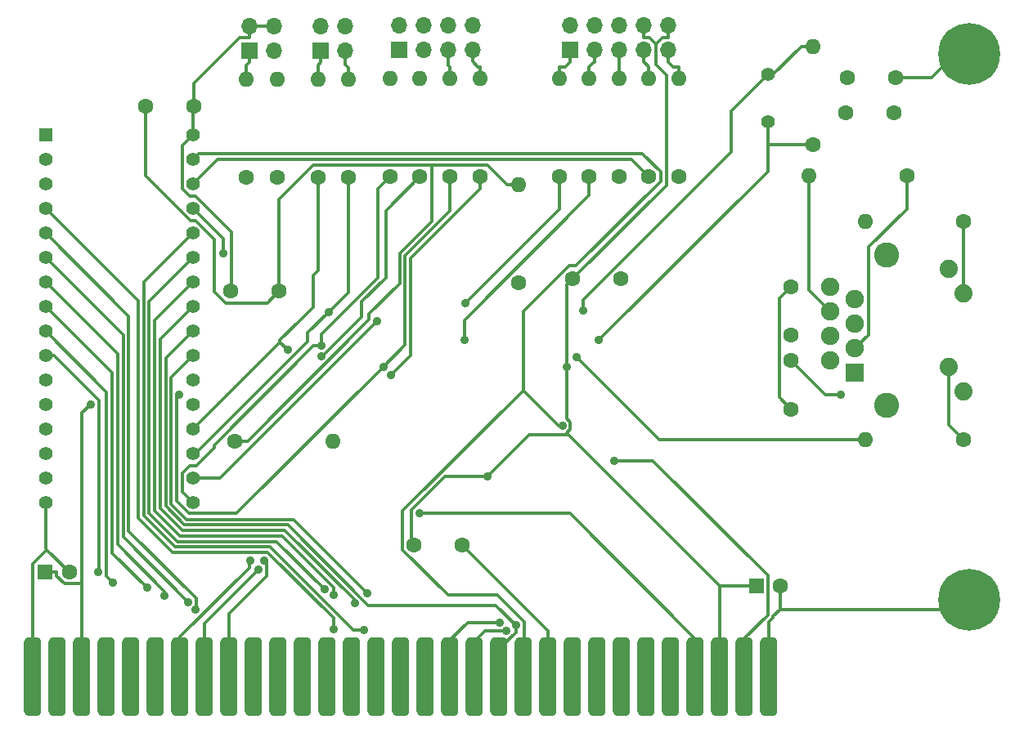
<source format=gbl>
%TF.GenerationSoftware,KiCad,Pcbnew,7.0.11*%
%TF.CreationDate,2024-10-11T23:56:48+03:00*%
%TF.ProjectId,ISA8_Ethernet,49534138-5f45-4746-9865-726e65742e6b,1.0*%
%TF.SameCoordinates,Original*%
%TF.FileFunction,Copper,L2,Bot*%
%TF.FilePolarity,Positive*%
%FSLAX46Y46*%
G04 Gerber Fmt 4.6, Leading zero omitted, Abs format (unit mm)*
G04 Created by KiCad (PCBNEW 7.0.11) date 2024-10-11 23:56:48*
%MOMM*%
%LPD*%
G01*
G04 APERTURE LIST*
G04 Aperture macros list*
%AMRoundRect*
0 Rectangle with rounded corners*
0 $1 Rounding radius*
0 $2 $3 $4 $5 $6 $7 $8 $9 X,Y pos of 4 corners*
0 Add a 4 corners polygon primitive as box body*
4,1,4,$2,$3,$4,$5,$6,$7,$8,$9,$2,$3,0*
0 Add four circle primitives for the rounded corners*
1,1,$1+$1,$2,$3*
1,1,$1+$1,$4,$5*
1,1,$1+$1,$6,$7*
1,1,$1+$1,$8,$9*
0 Add four rect primitives between the rounded corners*
20,1,$1+$1,$2,$3,$4,$5,0*
20,1,$1+$1,$4,$5,$6,$7,0*
20,1,$1+$1,$6,$7,$8,$9,0*
20,1,$1+$1,$8,$9,$2,$3,0*%
G04 Aperture macros list end*
%TA.AperFunction,ComponentPad*%
%ADD10C,2.600000*%
%TD*%
%TA.AperFunction,ComponentPad*%
%ADD11C,1.890000*%
%TD*%
%TA.AperFunction,ComponentPad*%
%ADD12R,1.900000X1.900000*%
%TD*%
%TA.AperFunction,ComponentPad*%
%ADD13C,1.900000*%
%TD*%
%TA.AperFunction,ComponentPad*%
%ADD14C,6.400000*%
%TD*%
%TA.AperFunction,ComponentPad*%
%ADD15C,1.397000*%
%TD*%
%TA.AperFunction,ComponentPad*%
%ADD16R,1.397000X1.397000*%
%TD*%
%TA.AperFunction,ComponentPad*%
%ADD17C,1.600000*%
%TD*%
%TA.AperFunction,ComponentPad*%
%ADD18O,1.600000X1.600000*%
%TD*%
%TA.AperFunction,ConnectorPad*%
%ADD19RoundRect,0.444500X-0.444500X-3.619500X0.444500X-3.619500X0.444500X3.619500X-0.444500X3.619500X0*%
%TD*%
%TA.AperFunction,ComponentPad*%
%ADD20R,1.600000X1.600000*%
%TD*%
%TA.AperFunction,ComponentPad*%
%ADD21R,1.700000X1.700000*%
%TD*%
%TA.AperFunction,ComponentPad*%
%ADD22O,1.700000X1.700000*%
%TD*%
%TA.AperFunction,ViaPad*%
%ADD23C,0.889000*%
%TD*%
%TA.AperFunction,Conductor*%
%ADD24C,0.368400*%
%TD*%
G04 APERTURE END LIST*
D10*
%TO.P,J1,13,SHIELD*%
%TO.N,GND*%
X192520000Y-102390000D03*
X192520000Y-86840000D03*
D11*
%TO.P,J1,L1,LEDY_A*%
%TO.N,VCC*%
X198950000Y-88290000D03*
%TO.P,J1,L2,LEDY_K*%
%TO.N,Net-(J1-LEDY_K)*%
X200470000Y-90830000D03*
%TO.P,J1,L3,LEDG_K*%
%TO.N,Net-(J1-LEDG_K)*%
X198950000Y-98400000D03*
%TO.P,J1,L4,LEDG_A*%
%TO.N,VCC*%
X200470000Y-100940000D03*
D12*
%TO.P,J1,R1,TD+*%
%TO.N,/TP_TX+*%
X189230000Y-99060000D03*
D13*
%TO.P,J1,R2,TD-*%
%TO.N,/TP_TX-*%
X186690000Y-97790000D03*
%TO.P,J1,R3,RD+*%
%TO.N,/TP_RX+*%
X189230000Y-96520000D03*
%TO.P,J1,R4,TCT*%
%TO.N,Net-(J1-TCT)*%
X186690000Y-95250000D03*
%TO.P,J1,R5,RCT*%
%TO.N,Net-(J1-RCT)*%
X189230000Y-93980000D03*
%TO.P,J1,R6,RD-*%
%TO.N,/TP_RX-*%
X186690000Y-92710000D03*
%TO.P,J1,R7,NC*%
%TO.N,unconnected-(J1-NC-PadR7)*%
X189230000Y-91440000D03*
%TO.P,J1,R8,GND*%
%TO.N,GND*%
X186690000Y-90170000D03*
%TD*%
D14*
%TO.P,HOLE1,1,1*%
%TO.N,GND*%
X201041000Y-66040000D03*
%TD*%
%TO.P,HOLE2,1,1*%
%TO.N,GND*%
X201041000Y-122555000D03*
%TD*%
D15*
%TO.P,Y1,1,1*%
%TO.N,Net-(U1-X1)*%
X180200000Y-73040940D03*
%TO.P,Y1,2,2*%
%TO.N,Net-(U1-X2)*%
X180200000Y-68159060D03*
%TD*%
D16*
%TO.P,U2,1,A18*%
%TO.N,/BA18*%
X105460000Y-74400000D03*
D15*
%TO.P,U2,2,A16*%
%TO.N,/BA16*%
X105460000Y-76940000D03*
%TO.P,U2,3,A15*%
%TO.N,/BA15*%
X105460000Y-79480000D03*
%TO.P,U2,4,A12*%
%TO.N,/A12*%
X105460000Y-82020000D03*
%TO.P,U2,5,A7*%
%TO.N,/A7*%
X105460000Y-84560000D03*
%TO.P,U2,6,A6*%
%TO.N,/A6*%
X105460000Y-87100000D03*
%TO.P,U2,7,A5*%
%TO.N,/A5*%
X105460000Y-89640000D03*
%TO.P,U2,8,A4*%
%TO.N,/A4*%
X105460000Y-92180000D03*
%TO.P,U2,9,A3*%
%TO.N,/A3*%
X105460000Y-94720000D03*
%TO.P,U2,10,A2*%
%TO.N,/A2*%
X105460000Y-97260000D03*
%TO.P,U2,11,A1*%
%TO.N,/A1*%
X105460000Y-99800000D03*
%TO.P,U2,12,A0*%
%TO.N,/A0*%
X105460000Y-102340000D03*
%TO.P,U2,13,DQ0*%
%TO.N,/BD0*%
X105460000Y-104880000D03*
%TO.P,U2,14,DQ1*%
%TO.N,/BD1*%
X105460000Y-107420000D03*
%TO.P,U2,15,DQ2*%
%TO.N,/BD2*%
X105460000Y-109960000D03*
%TO.P,U2,16,GND*%
%TO.N,GND*%
X105460000Y-112500000D03*
%TO.P,U2,17,DQ3*%
%TO.N,/BD3*%
X120700000Y-112500000D03*
%TO.P,U2,18,DQ4*%
%TO.N,/BD4*%
X120700000Y-109960000D03*
%TO.P,U2,19,DQ5*%
%TO.N,/BD5*%
X120700000Y-107420000D03*
%TO.P,U2,20,DQ6*%
%TO.N,/BD6*%
X120700000Y-104880000D03*
%TO.P,U2,21,DQ7*%
%TO.N,/BD7*%
X120700000Y-102340000D03*
%TO.P,U2,22,~{CE}*%
%TO.N,/~{BCS}*%
X120700000Y-99800000D03*
%TO.P,U2,23,A10*%
%TO.N,/A10*%
X120700000Y-97260000D03*
%TO.P,U2,24,~{OE}*%
%TO.N,/~{SMEMR}*%
X120700000Y-94720000D03*
%TO.P,U2,25,A11*%
%TO.N,/A11*%
X120700000Y-92180000D03*
%TO.P,U2,26,A9*%
%TO.N,/A9*%
X120700000Y-89640000D03*
%TO.P,U2,27,A8*%
%TO.N,/A8*%
X120700000Y-87100000D03*
%TO.P,U2,28,A13*%
%TO.N,/A13*%
X120700000Y-84560000D03*
%TO.P,U2,29,A14*%
%TO.N,/BA14*%
X120700000Y-82020000D03*
%TO.P,U2,30,A17*%
%TO.N,/BA17*%
X120700000Y-79480000D03*
%TO.P,U2,31,~{WE}*%
%TO.N,/~{SMEMW}*%
X120700000Y-76940000D03*
%TO.P,U2,32,VCC*%
%TO.N,VCC*%
X120700000Y-74400000D03*
%TD*%
D17*
%TO.P,C5,1*%
%TO.N,VCC*%
X160000000Y-89300000D03*
%TO.P,C5,2*%
%TO.N,GND*%
X165000000Y-89300000D03*
%TD*%
%TO.P,C8,1*%
%TO.N,VCC*%
X124600000Y-90600000D03*
%TO.P,C8,2*%
%TO.N,GND*%
X129600000Y-90600000D03*
%TD*%
%TO.P,R6,1*%
%TO.N,GND*%
X125020000Y-106100000D03*
D18*
%TO.P,R6,2*%
%TO.N,/~{IOCS16}*%
X135180000Y-106100000D03*
%TD*%
D17*
%TO.P,R7,1*%
%TO.N,Net-(U1-X1)*%
X184900000Y-75380000D03*
D18*
%TO.P,R7,2*%
%TO.N,Net-(U1-X2)*%
X184900000Y-65220000D03*
%TD*%
D17*
%TO.P,C7,1*%
%TO.N,VCC*%
X120800000Y-71400000D03*
%TO.P,C7,2*%
%TO.N,GND*%
X115800000Y-71400000D03*
%TD*%
%TO.P,R1,1*%
%TO.N,/TP_RX+*%
X194580000Y-78600000D03*
D18*
%TO.P,R1,2*%
%TO.N,/TP_RX-*%
X184420000Y-78600000D03*
%TD*%
D17*
%TO.P,C3,1*%
%TO.N,Net-(J1-TCT)*%
X182600000Y-95100000D03*
%TO.P,C3,2*%
%TO.N,GND*%
X182600000Y-90100000D03*
%TD*%
%TO.P,R3,1*%
%TO.N,Net-(J1-LEDY_K)*%
X200480000Y-83400000D03*
D18*
%TO.P,R3,2*%
%TO.N,/LED_CRS*%
X190320000Y-83400000D03*
%TD*%
D17*
%TO.P,C1,1*%
%TO.N,GND*%
X193300000Y-72100000D03*
%TO.P,C1,2*%
%TO.N,Net-(U1-X1)*%
X188300000Y-72100000D03*
%TD*%
%TO.P,C2,1*%
%TO.N,GND*%
X193400000Y-68500000D03*
%TO.P,C2,2*%
%TO.N,Net-(U1-X2)*%
X188400000Y-68500000D03*
%TD*%
D19*
%TO.P,BUS1,1,GND*%
%TO.N,GND*%
X180340000Y-130492500D03*
%TO.P,BUS1,2,RESET*%
%TO.N,/RSTDRV*%
X177800000Y-130492500D03*
%TO.P,BUS1,3,VCC*%
%TO.N,VCC*%
X175260000Y-130492500D03*
%TO.P,BUS1,4,IRQ2*%
%TO.N,/IRQ9*%
X172720000Y-130492500D03*
%TO.P,BUS1,5,-5V*%
%TO.N,unconnected-(BUS1--5V-Pad5)*%
X170180000Y-130492500D03*
%TO.P,BUS1,6,DRQ2*%
%TO.N,unconnected-(BUS1-DRQ2-Pad6)*%
X167640000Y-130492500D03*
%TO.P,BUS1,7,-12V*%
%TO.N,unconnected-(BUS1--12V-Pad7)*%
X165100000Y-130492500D03*
%TO.P,BUS1,8,UNUSED*%
%TO.N,unconnected-(BUS1-UNUSED-Pad8)*%
X162560000Y-130492500D03*
%TO.P,BUS1,9,+12V*%
%TO.N,unconnected-(BUS1-+12V-Pad9)*%
X160020000Y-130492500D03*
%TO.P,BUS1,10,GND*%
%TO.N,GND*%
X157480000Y-130492500D03*
%TO.P,BUS1,11,MEMW*%
%TO.N,/~{SMEMW}*%
X154940000Y-130492500D03*
%TO.P,BUS1,12,MEMR*%
%TO.N,/~{SMEMR}*%
X152400000Y-130492500D03*
%TO.P,BUS1,13,IOW*%
%TO.N,/~{IOW}*%
X149860000Y-130492500D03*
%TO.P,BUS1,14,IOR*%
%TO.N,/~{IOR}*%
X147320000Y-130492500D03*
%TO.P,BUS1,15,DACK3*%
%TO.N,unconnected-(BUS1-DACK3-Pad15)*%
X144780000Y-130492500D03*
%TO.P,BUS1,16,DRQ3*%
%TO.N,unconnected-(BUS1-DRQ3-Pad16)*%
X142240000Y-130492500D03*
%TO.P,BUS1,17,DACK1*%
%TO.N,unconnected-(BUS1-DACK1-Pad17)*%
X139700000Y-130492500D03*
%TO.P,BUS1,18,DRQ1*%
%TO.N,unconnected-(BUS1-DRQ1-Pad18)*%
X137160000Y-130492500D03*
%TO.P,BUS1,19,DACK0*%
%TO.N,unconnected-(BUS1-DACK0-Pad19)*%
X134620000Y-130492500D03*
%TO.P,BUS1,20,CLK*%
%TO.N,unconnected-(BUS1-CLK-Pad20)*%
X132080000Y-130492500D03*
%TO.P,BUS1,21,IRQ7*%
%TO.N,unconnected-(BUS1-IRQ7-Pad21)*%
X129540000Y-130492500D03*
%TO.P,BUS1,22,IRQ6*%
%TO.N,unconnected-(BUS1-IRQ6-Pad22)*%
X127000000Y-130492500D03*
%TO.P,BUS1,23,IRQ5*%
%TO.N,/IRQ5*%
X124460000Y-130492500D03*
%TO.P,BUS1,24,IRQ4*%
%TO.N,/IRQ4*%
X121920000Y-130492500D03*
%TO.P,BUS1,25,IRQ3*%
%TO.N,/IRQ3*%
X119380000Y-130492500D03*
%TO.P,BUS1,26,DACK2*%
%TO.N,unconnected-(BUS1-DACK2-Pad26)*%
X116840000Y-130492500D03*
%TO.P,BUS1,27,TC*%
%TO.N,unconnected-(BUS1-TC-Pad27)*%
X114300000Y-130492500D03*
%TO.P,BUS1,28,ALE*%
%TO.N,unconnected-(BUS1-ALE-Pad28)*%
X111760000Y-130492500D03*
%TO.P,BUS1,29,VCC*%
%TO.N,VCC*%
X109220000Y-130492500D03*
%TO.P,BUS1,30,OSC*%
%TO.N,unconnected-(BUS1-OSC-Pad30)*%
X106680000Y-130492500D03*
%TO.P,BUS1,31,GND*%
%TO.N,GND*%
X104140000Y-130492500D03*
%TD*%
D17*
%TO.P,C6,1*%
%TO.N,VCC*%
X143600000Y-116900000D03*
%TO.P,C6,2*%
%TO.N,GND*%
X148600000Y-116900000D03*
%TD*%
%TO.P,R2,1*%
%TO.N,Net-(J1-LEDG_K)*%
X200480000Y-106000000D03*
D18*
%TO.P,R2,2*%
%TO.N,/LED_LINK*%
X190320000Y-106000000D03*
%TD*%
D17*
%TO.P,C4,1*%
%TO.N,Net-(J1-RCT)*%
X182600000Y-97800000D03*
%TO.P,C4,2*%
%TO.N,GND*%
X182600000Y-102800000D03*
%TD*%
D20*
%TO.P,C9,1*%
%TO.N,VCC*%
X179000000Y-121100000D03*
D17*
%TO.P,C9,2*%
%TO.N,GND*%
X181500000Y-121100000D03*
%TD*%
D20*
%TO.P,C10,1*%
%TO.N,VCC*%
X105400000Y-119700000D03*
D17*
%TO.P,C10,2*%
%TO.N,GND*%
X107900000Y-119700000D03*
%TD*%
%TO.P,R10,1*%
%TO.N,/BD3*%
X141100000Y-78715000D03*
D18*
%TO.P,R10,2*%
%TO.N,Net-(J9-Pin_1)*%
X141100000Y-68555000D03*
%TD*%
D21*
%TO.P,J4,1,Pin_1*%
%TO.N,Net-(J4-Pin_1)*%
X126560000Y-65640000D03*
D22*
%TO.P,J4,2,Pin_2*%
%TO.N,VCC*%
X126560000Y-63100000D03*
%TO.P,J4,3,Pin_3*%
%TO.N,Net-(J4-Pin_3)*%
X129100000Y-65640000D03*
%TO.P,J4,4,Pin_4*%
%TO.N,VCC*%
X129100000Y-63100000D03*
%TD*%
D21*
%TO.P,J7,1,Pin_1*%
%TO.N,Net-(J7-Pin_1)*%
X133950000Y-65640000D03*
D22*
%TO.P,J7,2,Pin_2*%
%TO.N,VCC*%
X133950000Y-63100000D03*
%TO.P,J7,3,Pin_3*%
%TO.N,Net-(J7-Pin_3)*%
X136490000Y-65640000D03*
%TO.P,J7,4,Pin_4*%
%TO.N,VCC*%
X136490000Y-63100000D03*
%TD*%
D21*
%TO.P,J10,1,Pin_1*%
%TO.N,Net-(J10-Pin_1)*%
X159720000Y-65600000D03*
D22*
%TO.P,J10,2,Pin_2*%
%TO.N,VCC*%
X159720000Y-63060000D03*
%TO.P,J10,3,Pin_3*%
%TO.N,Net-(J10-Pin_3)*%
X162260000Y-65600000D03*
%TO.P,J10,4,Pin_4*%
%TO.N,VCC*%
X162260000Y-63060000D03*
%TO.P,J10,5,Pin_5*%
%TO.N,Net-(J10-Pin_5)*%
X164800000Y-65600000D03*
%TO.P,J10,6,Pin_6*%
%TO.N,VCC*%
X164800000Y-63060000D03*
%TO.P,J10,7,Pin_7*%
%TO.N,Net-(J10-Pin_7)*%
X167340000Y-65600000D03*
%TO.P,J10,8,Pin_8*%
%TO.N,VCC*%
X167340000Y-63060000D03*
%TO.P,J10,9,Pin_9*%
%TO.N,Net-(J10-Pin_9)*%
X169880000Y-65600000D03*
%TO.P,J10,10,Pin_10*%
%TO.N,VCC*%
X169880000Y-63060000D03*
%TD*%
D17*
%TO.P,R9,1*%
%TO.N,/BD5*%
X136800000Y-78780000D03*
D18*
%TO.P,R9,2*%
%TO.N,Net-(J7-Pin_3)*%
X136800000Y-68620000D03*
%TD*%
D17*
%TO.P,R12,1*%
%TO.N,/BD1*%
X147300000Y-78715000D03*
D18*
%TO.P,R12,2*%
%TO.N,Net-(J9-Pin_5)*%
X147300000Y-68555000D03*
%TD*%
D17*
%TO.P,R18,1*%
%TO.N,/AUI*%
X154400000Y-89680000D03*
D18*
%TO.P,R18,2*%
%TO.N,GND*%
X154400000Y-79520000D03*
%TD*%
D17*
%TO.P,R15,1*%
%TO.N,/BA19*%
X161700000Y-78680000D03*
D18*
%TO.P,R15,2*%
%TO.N,Net-(J10-Pin_3)*%
X161700000Y-68520000D03*
%TD*%
D17*
%TO.P,R13,1*%
%TO.N,/BD0*%
X150400000Y-78715000D03*
D18*
%TO.P,R13,2*%
%TO.N,Net-(J9-Pin_7)*%
X150400000Y-68555000D03*
%TD*%
D17*
%TO.P,R16,1*%
%TO.N,/BA18*%
X164800000Y-78680000D03*
D18*
%TO.P,R16,2*%
%TO.N,Net-(J10-Pin_5)*%
X164800000Y-68520000D03*
%TD*%
D21*
%TO.P,J9,1,Pin_1*%
%TO.N,Net-(J9-Pin_1)*%
X142020000Y-65575000D03*
D22*
%TO.P,J9,2,Pin_2*%
%TO.N,VCC*%
X142020000Y-63035000D03*
%TO.P,J9,3,Pin_3*%
%TO.N,Net-(J9-Pin_3)*%
X144560000Y-65575000D03*
%TO.P,J9,4,Pin_4*%
%TO.N,VCC*%
X144560000Y-63035000D03*
%TO.P,J9,5,Pin_5*%
%TO.N,Net-(J9-Pin_5)*%
X147100000Y-65575000D03*
%TO.P,J9,6,Pin_6*%
%TO.N,VCC*%
X147100000Y-63035000D03*
%TO.P,J9,7,Pin_7*%
%TO.N,Net-(J9-Pin_7)*%
X149640000Y-65575000D03*
%TO.P,J9,8,Pin_8*%
%TO.N,VCC*%
X149640000Y-63035000D03*
%TD*%
D17*
%TO.P,R14,1*%
%TO.N,/BA20*%
X158600000Y-78680000D03*
D18*
%TO.P,R14,2*%
%TO.N,Net-(J10-Pin_1)*%
X158600000Y-68520000D03*
%TD*%
D17*
%TO.P,R4,1*%
%TO.N,/JP*%
X126240000Y-78780000D03*
D18*
%TO.P,R4,2*%
%TO.N,Net-(J4-Pin_1)*%
X126240000Y-68620000D03*
%TD*%
D17*
%TO.P,R8,1*%
%TO.N,/BD6*%
X133650000Y-78780000D03*
D18*
%TO.P,R8,2*%
%TO.N,Net-(J7-Pin_1)*%
X133650000Y-68620000D03*
%TD*%
D17*
%TO.P,R17,1*%
%TO.N,/BA17*%
X167900000Y-78680000D03*
D18*
%TO.P,R17,2*%
%TO.N,Net-(J10-Pin_7)*%
X167900000Y-68520000D03*
%TD*%
D17*
%TO.P,R19,1*%
%TO.N,/BA16*%
X171000000Y-78680000D03*
D18*
%TO.P,R19,2*%
%TO.N,Net-(J10-Pin_9)*%
X171000000Y-68520000D03*
%TD*%
D17*
%TO.P,R11,1*%
%TO.N,/BD2*%
X144200000Y-78715000D03*
D18*
%TO.P,R11,2*%
%TO.N,Net-(J9-Pin_3)*%
X144200000Y-68555000D03*
%TD*%
D17*
%TO.P,R5,1*%
%TO.N,/BA21*%
X129400000Y-78780000D03*
D18*
%TO.P,R5,2*%
%TO.N,Net-(J4-Pin_3)*%
X129400000Y-68620000D03*
%TD*%
D23*
%TO.N,/A10*%
X138768900Y-121846400D03*
%TO.N,/A11*%
X137430000Y-122917300D03*
%TO.N,/A12*%
X135241900Y-125628800D03*
%TO.N,/A13*%
X138388200Y-125696200D03*
%TO.N,/A2*%
X110862900Y-119661000D03*
%TO.N,/A3*%
X112378800Y-120763800D03*
%TO.N,/A4*%
X115954300Y-121325600D03*
%TO.N,/A5*%
X117741300Y-122157400D03*
%TO.N,/A6*%
X120192500Y-122792800D03*
%TO.N,/A7*%
X120994700Y-123595000D03*
%TO.N,/A8*%
X134298800Y-121451200D03*
%TO.N,/A9*%
X135302300Y-122049900D03*
%TO.N,/~{IOR}*%
X152452600Y-124896400D03*
%TO.N,/~{IOW}*%
X153112500Y-125779600D03*
%TO.N,VCC*%
X159373900Y-98475000D03*
X151179700Y-109794100D03*
X110117200Y-102297900D03*
%TO.N,/RSTDRV*%
X164297800Y-108184800D03*
%TO.N,/IRQ9*%
X144136400Y-113605600D03*
%TO.N,/~{SMEMW}*%
X158937000Y-104523500D03*
%TO.N,/~{SMEMR}*%
X154113900Y-125196400D03*
%TO.N,/IRQ5*%
X128076300Y-118484600D03*
%TO.N,/IRQ4*%
X127473900Y-119425200D03*
%TO.N,/IRQ3*%
X126660100Y-118515300D03*
%TO.N,Net-(U1-X1)*%
X162723500Y-95671800D03*
%TO.N,Net-(U1-X2)*%
X161093400Y-92633000D03*
%TO.N,Net-(J1-RCT)*%
X187776300Y-101312900D03*
%TO.N,/LED_LINK*%
X160386400Y-97446200D03*
%TO.N,/BD6*%
X130531500Y-96671400D03*
%TO.N,/BD5*%
X134770100Y-92728400D03*
%TO.N,/BD4*%
X139757000Y-93700000D03*
%TO.N,/BD3*%
X133976600Y-96233300D03*
%TO.N,/BD2*%
X133957500Y-97324300D03*
%TO.N,/BD1*%
X119292500Y-101309100D03*
X140399600Y-98445100D03*
%TO.N,/BD0*%
X141212300Y-99292800D03*
%TO.N,/BA14*%
X123814300Y-86694000D03*
%TO.N,/BA19*%
X148775000Y-95606500D03*
%TO.N,/BA20*%
X148895200Y-91790200D03*
%TD*%
D24*
%TO.N,/~{IOR}*%
X149118800Y-124896400D02*
X152452600Y-124896400D01*
X147320000Y-126695200D02*
X149118800Y-124896400D01*
X147320000Y-130492500D02*
X147320000Y-126695200D01*
%TO.N,/~{IOW}*%
X150928000Y-125779600D02*
X153112500Y-125779600D01*
X149860000Y-126847600D02*
X150928000Y-125779600D01*
X149860000Y-130492500D02*
X149860000Y-126847600D01*
%TO.N,/~{SMEMR}*%
X154113900Y-125950159D02*
X152400000Y-127664059D01*
X154113900Y-125196400D02*
X154113900Y-125950159D01*
X152400000Y-127664059D02*
X152400000Y-130492500D01*
%TO.N,/IRQ9*%
X159706600Y-113605600D02*
X144136400Y-113605600D01*
X172720000Y-126619000D02*
X159706600Y-113605600D01*
X172720000Y-130492500D02*
X172720000Y-126619000D01*
%TO.N,GND*%
X180340000Y-124811838D02*
X180340000Y-130492500D01*
X180759900Y-124391938D02*
X180340000Y-124811838D01*
X180759900Y-124289300D02*
X180759900Y-124391938D01*
X181500000Y-123549200D02*
X180759900Y-124289300D01*
%TO.N,/A10*%
X120700000Y-97260000D02*
X118446500Y-99513500D01*
X120048700Y-114229200D02*
X131151700Y-114229200D01*
X131151700Y-114229200D02*
X138768900Y-121846400D01*
X118446500Y-112627000D02*
X120048700Y-114229200D01*
X118446500Y-99513500D02*
X118446500Y-112627000D01*
%TO.N,/A11*%
X137430000Y-122601200D02*
X137430000Y-122917300D01*
X130201500Y-115372700D02*
X137430000Y-122601200D01*
X117305900Y-95574100D02*
X117305900Y-113105000D01*
X119573600Y-115372700D02*
X130201500Y-115372700D01*
X117305900Y-113105000D02*
X119573600Y-115372700D01*
X120700000Y-92180000D02*
X117305900Y-95574100D01*
%TO.N,/A12*%
X105460000Y-82020000D02*
X115021700Y-91581700D01*
X128441900Y-117654000D02*
X135241900Y-124454000D01*
X135241900Y-124454000D02*
X135241900Y-125628800D01*
X115021700Y-114077900D02*
X118597800Y-117654000D01*
X118597800Y-117654000D02*
X128441900Y-117654000D01*
X115021700Y-91581700D02*
X115021700Y-114077900D01*
%TO.N,/A13*%
X137310000Y-125696200D02*
X138388200Y-125696200D01*
X118862300Y-117083700D02*
X128697500Y-117083700D01*
X120700000Y-84560000D02*
X115592000Y-89668000D01*
X115592000Y-89668000D02*
X115592000Y-113813400D01*
X128697500Y-117083700D02*
X137310000Y-125696200D01*
X115592000Y-113813400D02*
X118862300Y-117083700D01*
%TO.N,/A2*%
X106291400Y-97260000D02*
X110947900Y-101916500D01*
X105460000Y-97260000D02*
X106291400Y-97260000D01*
X110947900Y-101916500D02*
X110947900Y-119576000D01*
X110947900Y-119576000D02*
X110862900Y-119661000D01*
%TO.N,/A3*%
X111764100Y-101024100D02*
X111764100Y-120149100D01*
X111764100Y-120149100D02*
X112378800Y-120763800D01*
X105460000Y-94720000D02*
X111764100Y-101024100D01*
%TO.N,/A4*%
X112334400Y-117705700D02*
X115954300Y-121325600D01*
X112334400Y-99054400D02*
X112334400Y-117705700D01*
X105460000Y-92180000D02*
X112334400Y-99054400D01*
%TO.N,/A5*%
X112904700Y-97084700D02*
X112904700Y-116850100D01*
X105460000Y-89640000D02*
X112904700Y-97084700D01*
X117741300Y-121686700D02*
X117741300Y-122157400D01*
X112904700Y-116850100D02*
X117741300Y-121686700D01*
%TO.N,/A6*%
X113476500Y-116076800D02*
X120192500Y-122792800D01*
X113476500Y-95116500D02*
X113476500Y-116076800D01*
X105460000Y-87100000D02*
X113476500Y-95116500D01*
%TO.N,/A7*%
X105460000Y-84560000D02*
X114046800Y-93146800D01*
X121047600Y-122414100D02*
X121047600Y-123542100D01*
X114046800Y-93146800D02*
X114046800Y-115413300D01*
X114046800Y-115413300D02*
X121047600Y-122414100D01*
X121047600Y-123542100D02*
X120994700Y-123595000D01*
%TO.N,/A8*%
X116162300Y-91637700D02*
X116162300Y-113577200D01*
X129360900Y-116513300D02*
X134298800Y-121451200D01*
X116162300Y-113577200D02*
X119098400Y-116513300D01*
X120700000Y-87100000D02*
X116162300Y-91637700D01*
X119098400Y-116513300D02*
X129360900Y-116513300D01*
%TO.N,/A9*%
X120700000Y-89640000D02*
X116732600Y-93607400D01*
X119334600Y-115943000D02*
X129965300Y-115943000D01*
X116732600Y-113341000D02*
X119334600Y-115943000D01*
X129965300Y-115943000D02*
X135302300Y-121280000D01*
X116732600Y-93607400D02*
X116732600Y-113341000D01*
X135302300Y-121280000D02*
X135302300Y-122049900D01*
%TO.N,GND*%
X181407700Y-101607700D02*
X182600000Y-102800000D01*
X122938900Y-85244400D02*
X120984500Y-83290000D01*
X124130500Y-91808100D02*
X122938900Y-90616500D01*
X133174200Y-77516300D02*
X145410600Y-77516300D01*
X128391900Y-91808100D02*
X124130500Y-91808100D01*
X122938900Y-90616500D02*
X122938900Y-85244400D01*
X199343900Y-64342900D02*
X198641000Y-65045800D01*
X199343900Y-67737100D02*
X198641000Y-67034200D01*
X148600000Y-116900000D02*
X157480000Y-125780000D01*
X126356500Y-106100000D02*
X138926400Y-93530100D01*
X203441000Y-122555000D02*
X202738100Y-121852100D01*
X202738100Y-121852100D02*
X202738100Y-120857900D01*
X182600000Y-90100000D02*
X181407700Y-91292300D01*
X198641000Y-67034200D02*
X198641000Y-66040000D01*
X202738100Y-123257900D02*
X202738100Y-124252100D01*
X198641000Y-123549200D02*
X198641000Y-122555000D01*
X120984500Y-83290000D02*
X120430100Y-83290000D01*
X105574400Y-117374300D02*
X107900000Y-119700000D01*
X145410600Y-83356500D02*
X145410600Y-77516300D01*
X120430100Y-83290000D02*
X115800000Y-78659900D01*
X138926400Y-92946700D02*
X142104800Y-89768300D01*
X203441000Y-122555000D02*
X202738100Y-123257900D01*
X202738100Y-66742900D02*
X202738100Y-67737100D01*
X181407700Y-91292300D02*
X181407700Y-101607700D01*
X203441000Y-66040000D02*
X202738100Y-66742900D01*
X198641000Y-65045800D02*
X198641000Y-66040000D01*
X145410600Y-77516300D02*
X151210200Y-77516300D01*
X129600000Y-90600000D02*
X129600000Y-81090500D01*
X151210200Y-77516300D02*
X153213900Y-79520000D01*
X154400000Y-79520000D02*
X153213900Y-79520000D01*
X142104800Y-86662300D02*
X145410600Y-83356500D01*
X201041000Y-124955000D02*
X200046800Y-124955000D01*
X105574400Y-117374300D02*
X104140000Y-118808700D01*
X115800000Y-78659900D02*
X115800000Y-71400000D01*
X142104800Y-89768300D02*
X142104800Y-86662300D01*
X203441000Y-66040000D02*
X202738100Y-65337100D01*
X157480000Y-125780000D02*
X157480000Y-130492500D01*
X181500000Y-121100000D02*
X181500000Y-123549200D01*
X125020000Y-106100000D02*
X126356500Y-106100000D01*
X138926400Y-93530100D02*
X138926400Y-92946700D01*
X105460000Y-112500000D02*
X105460000Y-117260000D01*
X197175200Y-68500000D02*
X198641000Y-67034200D01*
X181500000Y-123549200D02*
X198641000Y-123549200D01*
X193400000Y-68500000D02*
X197175200Y-68500000D01*
X202738100Y-65337100D02*
X202738100Y-64342900D01*
X129600000Y-81090500D02*
X133174200Y-77516300D01*
X104140000Y-118808700D02*
X104140000Y-130492500D01*
X200046800Y-124955000D02*
X199343900Y-124252100D01*
X129600000Y-90600000D02*
X128391900Y-91808100D01*
X105460000Y-117260000D02*
X105574400Y-117374300D01*
X199343900Y-124252100D02*
X198641000Y-123549200D01*
%TO.N,VCC*%
X159373900Y-105261300D02*
X159767600Y-104867600D01*
X159767600Y-104867600D02*
X159767600Y-104179400D01*
X160000000Y-89300000D02*
X169695400Y-79604600D01*
X167340000Y-63060000D02*
X167340000Y-64296100D01*
X109220000Y-103195100D02*
X110117200Y-102297900D01*
X175260000Y-121100000D02*
X159607800Y-105447800D01*
X167340000Y-64296100D02*
X167936300Y-64296100D01*
X179000000Y-121100000D02*
X177813900Y-121100000D01*
X125555700Y-64336100D02*
X120800000Y-69091800D01*
X175260000Y-121100000D02*
X175260000Y-130492500D01*
X159607800Y-105447800D02*
X159373900Y-105447800D01*
X159373900Y-103785700D02*
X159373900Y-98475000D01*
X109220000Y-120908800D02*
X109220000Y-103195100D01*
X169880000Y-63060000D02*
X169880000Y-64296100D01*
X168610000Y-67099900D02*
X168610000Y-64969800D01*
X120700000Y-71500000D02*
X120700000Y-74400000D01*
X109220000Y-130492500D02*
X109220000Y-120908800D01*
X159373900Y-105447800D02*
X159373900Y-105261300D01*
X109220000Y-120908800D02*
X107424200Y-120908800D01*
X169880000Y-64296100D02*
X169283700Y-64296100D01*
X169695400Y-68185300D02*
X168610000Y-67099900D01*
X155526000Y-105447800D02*
X151179700Y-109794100D01*
X119614800Y-75485200D02*
X119614800Y-79961600D01*
X159373900Y-105447800D02*
X155526000Y-105447800D01*
X120403200Y-80750000D02*
X120980300Y-80750000D01*
X119614800Y-79961600D02*
X120403200Y-80750000D01*
X143294700Y-116594700D02*
X143600000Y-116900000D01*
X143294700Y-113271500D02*
X143294700Y-116594700D01*
X159373900Y-89926100D02*
X159373900Y-98475000D01*
X126560000Y-63100000D02*
X126560000Y-64336100D01*
X124694200Y-84463900D02*
X124694200Y-90505800D01*
X160000000Y-89300000D02*
X159373900Y-89926100D01*
X129100000Y-63100000D02*
X126560000Y-63100000D01*
X120800000Y-69091800D02*
X120800000Y-71400000D01*
X169283700Y-64296100D02*
X168610000Y-64969800D01*
X175260000Y-121100000D02*
X177813900Y-121100000D01*
X167936300Y-64296100D02*
X168610000Y-64969800D01*
X169695400Y-79604600D02*
X169695400Y-68185300D01*
X120700000Y-74400000D02*
X119614800Y-75485200D01*
X146772100Y-109794100D02*
X143294700Y-113271500D01*
X107424200Y-120908800D02*
X106586100Y-120070700D01*
X126560000Y-64336100D02*
X125555700Y-64336100D01*
X124694200Y-90505800D02*
X124600000Y-90600000D01*
X159767600Y-104179400D02*
X159373900Y-103785700D01*
X120800000Y-71400000D02*
X120700000Y-71500000D01*
X105400000Y-119700000D02*
X106586100Y-119700000D01*
X151179700Y-109794100D02*
X146772100Y-109794100D01*
X106586100Y-120070700D02*
X106586100Y-119700000D01*
X120980300Y-80750000D02*
X124694200Y-84463900D01*
%TO.N,/RSTDRV*%
X180191500Y-120045200D02*
X168331100Y-108184800D01*
X180191500Y-124156500D02*
X180191500Y-120045200D01*
X177800000Y-126548000D02*
X180191500Y-124156500D01*
X168331100Y-108184800D02*
X164297800Y-108184800D01*
X177800000Y-130492500D02*
X177800000Y-126548000D01*
%TO.N,/~{SMEMW}*%
X155011900Y-124888200D02*
X155011900Y-130420600D01*
X147101500Y-122088600D02*
X152212300Y-122088600D01*
X160369300Y-87940000D02*
X169125100Y-79184200D01*
X169125100Y-78204100D02*
X167222100Y-76301100D01*
X158937000Y-104523500D02*
X158545200Y-104523500D01*
X154879400Y-100857700D02*
X154879400Y-92682500D01*
X155011900Y-130420600D02*
X154940000Y-130492500D01*
X152212300Y-122088600D02*
X155011900Y-124888200D01*
X154879400Y-100857700D02*
X142384600Y-113352500D01*
X142384600Y-117371700D02*
X147101500Y-122088600D01*
X142384600Y-113352500D02*
X142384600Y-117371700D01*
X169125100Y-79184200D02*
X169125100Y-78204100D01*
X167222100Y-76301100D02*
X121338900Y-76301100D01*
X158545200Y-104523500D02*
X154879400Y-100857700D01*
X154879400Y-92682500D02*
X159621900Y-87940000D01*
X159621900Y-87940000D02*
X160369300Y-87940000D01*
X121338900Y-76301100D02*
X120700000Y-76940000D01*
%TO.N,/~{SMEMR}*%
X120700000Y-94720000D02*
X117876200Y-97543800D01*
X152044800Y-123127300D02*
X154113900Y-125196400D01*
X138845000Y-123127300D02*
X152044800Y-123127300D01*
X117876200Y-97543800D02*
X117876200Y-112867400D01*
X130518700Y-114801000D02*
X138845000Y-123127300D01*
X117876200Y-112867400D02*
X119809800Y-114801000D01*
X119809800Y-114801000D02*
X130518700Y-114801000D01*
%TO.N,/IRQ5*%
X128332800Y-120135400D02*
X128332800Y-118741100D01*
X124460000Y-124008200D02*
X128332800Y-120135400D01*
X124460000Y-130492500D02*
X124460000Y-124008200D01*
X128332800Y-118741100D02*
X128076300Y-118484600D01*
%TO.N,/IRQ4*%
X121920000Y-130492500D02*
X121920000Y-124979100D01*
X121920000Y-124979100D02*
X127473900Y-119425200D01*
%TO.N,/IRQ3*%
X119380000Y-126384400D02*
X126527300Y-119237100D01*
X126527300Y-118648100D02*
X126660100Y-118515300D01*
X126527300Y-119237100D02*
X126527300Y-118648100D01*
X119380000Y-130492500D02*
X119380000Y-126384400D01*
%TO.N,Net-(U1-X1)*%
X180200000Y-75380000D02*
X184900000Y-75380000D01*
X180200000Y-78195300D02*
X180200000Y-75380000D01*
X162723500Y-95671800D02*
X180200000Y-78195300D01*
X180200000Y-75380000D02*
X180200000Y-73040900D01*
%TO.N,Net-(U1-X2)*%
X180774800Y-68159100D02*
X183713900Y-65220000D01*
X161093400Y-92633000D02*
X161093400Y-91466400D01*
X161093400Y-91466400D02*
X176401300Y-76158500D01*
X176401300Y-71957800D02*
X180200000Y-68159100D01*
X176401300Y-76158500D02*
X176401300Y-71957800D01*
X180200000Y-68159100D02*
X180774800Y-68159100D01*
X184900000Y-65220000D02*
X183713900Y-65220000D01*
%TO.N,Net-(J1-RCT)*%
X182600000Y-97800000D02*
X186112900Y-101312900D01*
X186112900Y-101312900D02*
X187776300Y-101312900D01*
%TO.N,/TP_RX-*%
X186690000Y-92710000D02*
X184420000Y-90440000D01*
X184420000Y-90440000D02*
X184420000Y-78600000D01*
%TO.N,/TP_RX+*%
X189230000Y-96520000D02*
X190628900Y-95121100D01*
X190628900Y-86031100D02*
X194580000Y-82080000D01*
X190628900Y-95121100D02*
X190628900Y-86031100D01*
X194580000Y-82080000D02*
X194580000Y-78600000D01*
%TO.N,/LED_LINK*%
X190320000Y-106000000D02*
X168940200Y-106000000D01*
X168940200Y-106000000D02*
X160386400Y-97446200D01*
%TO.N,/BA17*%
X123271300Y-76908700D02*
X166128700Y-76908700D01*
X166128700Y-76908700D02*
X167900000Y-78680000D01*
X120700000Y-79480000D02*
X123271300Y-76908700D01*
%TO.N,/BD6*%
X131814500Y-93587900D02*
X129720000Y-95682400D01*
X133127700Y-92272600D02*
X131814500Y-93585800D01*
X133650000Y-88472700D02*
X133127700Y-88995000D01*
X131814500Y-93585800D02*
X131814500Y-93587900D01*
X129720100Y-95859900D02*
X120700000Y-104880000D01*
X133650000Y-78780000D02*
X133650000Y-88472700D01*
X129720000Y-95682400D02*
X129720000Y-95859900D01*
X129720000Y-95859900D02*
X129720100Y-95859900D01*
X133127700Y-88995000D02*
X133127700Y-92272600D01*
X129720100Y-95859900D02*
X130531500Y-96671400D01*
%TO.N,/BD5*%
X120976100Y-107419900D02*
X120700000Y-107419900D01*
X132586000Y-94912500D02*
X132586000Y-95810000D01*
X136800000Y-90698500D02*
X134770100Y-92728400D01*
X120700000Y-107419900D02*
X120700000Y-107420000D01*
X136800000Y-78780000D02*
X136800000Y-90698500D01*
X132586000Y-95810000D02*
X120976100Y-107419900D01*
X134770100Y-92728400D02*
X132586000Y-94912500D01*
%TO.N,/BD4*%
X120700000Y-109960000D02*
X123497000Y-109960000D01*
X123497000Y-109960000D02*
X139757000Y-93700000D01*
%TO.N,/BD3*%
X141100000Y-78715000D02*
X139816300Y-79998700D01*
X121027200Y-108690000D02*
X122869200Y-106848000D01*
X122869200Y-106848000D02*
X122869200Y-106535400D01*
X139816300Y-79998700D02*
X139816300Y-89228400D01*
X119610600Y-111410600D02*
X119610600Y-109452100D01*
X133171300Y-96233300D02*
X133976600Y-96233300D01*
X120372700Y-108690000D02*
X121027200Y-108690000D01*
X139816300Y-89228400D02*
X133976600Y-95068100D01*
X133976600Y-95068100D02*
X133976600Y-96233300D01*
X119610600Y-109452100D02*
X120372700Y-108690000D01*
X120700000Y-112500000D02*
X119610600Y-111410600D01*
X122869200Y-106535400D02*
X133171300Y-96233300D01*
%TO.N,/BD2*%
X138155100Y-93229500D02*
X138155100Y-91696100D01*
X140670800Y-82244200D02*
X144200000Y-78715000D01*
X133957500Y-97324300D02*
X134060300Y-97324300D01*
X138155100Y-91696100D02*
X140670800Y-89180400D01*
X134060300Y-97324300D02*
X138155100Y-93229500D01*
X140670800Y-89180400D02*
X140670800Y-82244200D01*
%TO.N,/BD1*%
X147300000Y-78715000D02*
X147300000Y-82273600D01*
X142675100Y-86898500D02*
X142675100Y-96169600D01*
X142675100Y-96169600D02*
X140399600Y-98445100D01*
X119018000Y-112351800D02*
X119018000Y-101583600D01*
X147300000Y-82273600D02*
X142675100Y-86898500D01*
X120274500Y-113608300D02*
X119018000Y-112351800D01*
X119018000Y-101583600D02*
X119292500Y-101309100D01*
X125236400Y-113608300D02*
X120274500Y-113608300D01*
X140399600Y-98445100D02*
X125236400Y-113608300D01*
%TO.N,/BD0*%
X150400000Y-79980100D02*
X143245400Y-87134700D01*
X143245400Y-97259700D02*
X141212300Y-99292800D01*
X150400000Y-78715000D02*
X150400000Y-79980100D01*
X143245400Y-87134700D02*
X143245400Y-97259700D01*
%TO.N,Net-(J1-LEDY_K)*%
X200470000Y-90830000D02*
X200480000Y-90820000D01*
X200480000Y-90820000D02*
X200480000Y-83400000D01*
%TO.N,Net-(J1-LEDG_K)*%
X198950000Y-104470000D02*
X200480000Y-106000000D01*
X198950000Y-98400000D02*
X198950000Y-104470000D01*
%TO.N,/BA14*%
X123814300Y-85134300D02*
X123814300Y-86694000D01*
X120700000Y-82020000D02*
X123814300Y-85134300D01*
%TO.N,/BA19*%
X148775000Y-93576500D02*
X148775000Y-95606500D01*
X161700000Y-80651500D02*
X148775000Y-93576500D01*
X161700000Y-78680000D02*
X161700000Y-80651500D01*
%TO.N,/BA20*%
X158600000Y-82085400D02*
X148895200Y-91790200D01*
X158600000Y-78680000D02*
X158600000Y-82085400D01*
%TO.N,Net-(J4-Pin_1)*%
X126240000Y-67196100D02*
X126240000Y-68620000D01*
X126560000Y-65640000D02*
X126560000Y-66876100D01*
X126560000Y-66876100D02*
X126240000Y-67196100D01*
%TO.N,Net-(J7-Pin_1)*%
X133650000Y-67176100D02*
X133650000Y-68620000D01*
X133950000Y-65640000D02*
X133950000Y-66876100D01*
X133950000Y-66876100D02*
X133650000Y-67176100D01*
%TO.N,Net-(J7-Pin_3)*%
X136490000Y-67123900D02*
X136800000Y-67433900D01*
X136490000Y-65640000D02*
X136490000Y-67123900D01*
X136800000Y-68620000D02*
X136800000Y-67433900D01*
%TO.N,Net-(J9-Pin_5)*%
X147300000Y-68555000D02*
X147300000Y-67368900D01*
X147100000Y-65575000D02*
X147100000Y-67168900D01*
X147100000Y-67168900D02*
X147300000Y-67368900D01*
%TO.N,Net-(J9-Pin_7)*%
X150400000Y-68555000D02*
X150400000Y-67368900D01*
X149640000Y-65575000D02*
X149640000Y-66811100D01*
X149640000Y-66811100D02*
X150197800Y-67368900D01*
X150197800Y-67368900D02*
X150400000Y-67368900D01*
%TO.N,Net-(J10-Pin_1)*%
X159720000Y-65600000D02*
X159720000Y-66836100D01*
X158600000Y-68520000D02*
X158600000Y-67333900D01*
X159720000Y-66836100D02*
X159222200Y-67333900D01*
X159222200Y-67333900D02*
X158600000Y-67333900D01*
%TO.N,Net-(J10-Pin_3)*%
X162260000Y-65600000D02*
X162260000Y-66836100D01*
X161700000Y-68520000D02*
X161700000Y-67333900D01*
X162197800Y-66836100D02*
X161700000Y-67333900D01*
X162260000Y-66836100D02*
X162197800Y-66836100D01*
%TO.N,Net-(J10-Pin_5)*%
X164800000Y-65600000D02*
X164800000Y-68520000D01*
%TO.N,Net-(J10-Pin_7)*%
X167900000Y-68520000D02*
X167900000Y-67333900D01*
X167402200Y-66836100D02*
X167900000Y-67333900D01*
X167340000Y-66836100D02*
X167402200Y-66836100D01*
X167340000Y-65600000D02*
X167340000Y-66836100D01*
%TO.N,Net-(J10-Pin_9)*%
X171000000Y-68520000D02*
X171000000Y-67333900D01*
X169880000Y-66836100D02*
X170377800Y-67333900D01*
X170377800Y-67333900D02*
X171000000Y-67333900D01*
X169880000Y-65600000D02*
X169880000Y-66836100D01*
%TD*%
M02*

</source>
